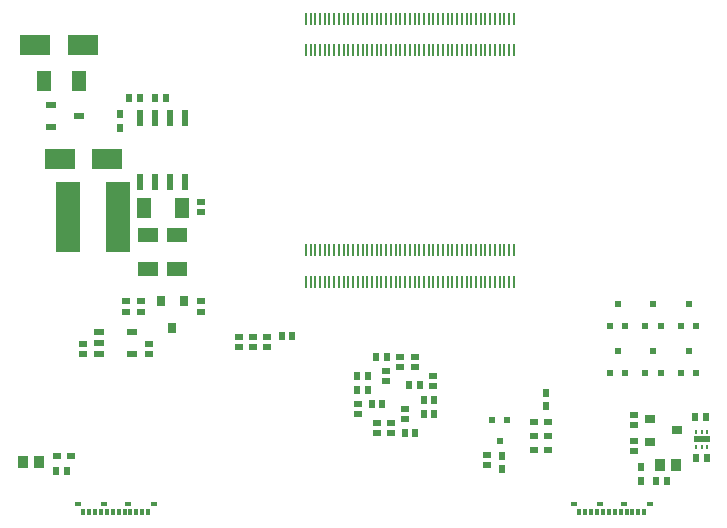
<source format=gbp>
G04*
G04 #@! TF.GenerationSoftware,Altium Limited,Altium Designer,19.0.15 (446)*
G04*
G04 Layer_Color=128*
%FSAX42Y42*%
%MOMM*%
G71*
G01*
G75*
%ADD19R,0.60X0.75*%
%ADD20R,0.75X0.60*%
%ADD21R,0.60X0.64*%
%ADD23R,0.90X1.00*%
%ADD26R,0.64X0.60*%
%ADD48R,0.65X0.95*%
%ADD122R,0.95X0.60*%
%ADD123R,1.15X1.70*%
%ADD124R,1.80X1.30*%
%ADD125R,2.00X6.00*%
%ADD126R,0.60X1.45*%
%ADD127R,2.50X1.70*%
%ADD128R,1.30X1.80*%
%ADD129R,0.90X0.60*%
%ADD130R,0.60X0.55*%
%ADD131R,0.95X0.65*%
%ADD132R,0.50X0.30*%
%ADD133R,0.35X0.60*%
%ADD134R,0.25X0.40*%
%ADD135R,1.40X0.50*%
%ADD136R,0.20X1.14*%
D19*
X000940Y-000943D02*
D03*
Y-001057D02*
D03*
X004540Y-003303D02*
D03*
Y-003417D02*
D03*
X004170Y-003833D02*
D03*
Y-003947D02*
D03*
X005350Y-004047D02*
D03*
Y-003933D02*
D03*
D20*
X004558Y-003550D02*
D03*
X004442D02*
D03*
X004558Y-003670D02*
D03*
X004442D02*
D03*
Y-003790D02*
D03*
X004558D02*
D03*
X000403Y-003840D02*
D03*
X000518D02*
D03*
D21*
X001324Y-000810D02*
D03*
X001236D02*
D03*
X001016D02*
D03*
X001104D02*
D03*
X003034Y-003160D02*
D03*
X002946D02*
D03*
X003194Y-003000D02*
D03*
X003106D02*
D03*
X003346Y-003640D02*
D03*
X003434D02*
D03*
X002306Y-002820D02*
D03*
X002394D02*
D03*
X005476Y-004050D02*
D03*
X005564D02*
D03*
X000396Y-003960D02*
D03*
X000484D02*
D03*
X003506Y-003360D02*
D03*
X003594D02*
D03*
X003034Y-003280D02*
D03*
X002946D02*
D03*
X003594Y-003480D02*
D03*
X003506D02*
D03*
X003154Y-003400D02*
D03*
X003066D02*
D03*
X003474Y-003240D02*
D03*
X003386D02*
D03*
X005894Y-003510D02*
D03*
X005806D02*
D03*
X005904Y-003850D02*
D03*
X005816D02*
D03*
D23*
X000247Y-003890D02*
D03*
X000112D02*
D03*
X005512Y-003910D02*
D03*
X005647D02*
D03*
D26*
X000620Y-002974D02*
D03*
Y-002886D02*
D03*
X001180Y-002974D02*
D03*
Y-002886D02*
D03*
X001110Y-002614D02*
D03*
Y-002526D02*
D03*
X000990Y-002614D02*
D03*
Y-002526D02*
D03*
X001620Y-002526D02*
D03*
Y-002614D02*
D03*
X001620Y-001686D02*
D03*
Y-001774D02*
D03*
X002950Y-003396D02*
D03*
Y-003484D02*
D03*
X003430Y-003084D02*
D03*
Y-002996D02*
D03*
X003110Y-003556D02*
D03*
Y-003644D02*
D03*
X005290Y-003574D02*
D03*
Y-003486D02*
D03*
Y-003794D02*
D03*
Y-003706D02*
D03*
X004040Y-003914D02*
D03*
Y-003826D02*
D03*
X003590Y-003156D02*
D03*
Y-003244D02*
D03*
X003230Y-003556D02*
D03*
Y-003644D02*
D03*
X003310Y-003084D02*
D03*
Y-002996D02*
D03*
X003350Y-003436D02*
D03*
Y-003524D02*
D03*
X003190Y-003204D02*
D03*
Y-003116D02*
D03*
X002180Y-002826D02*
D03*
Y-002914D02*
D03*
X002060Y-002914D02*
D03*
Y-002826D02*
D03*
X001940Y-002914D02*
D03*
Y-002826D02*
D03*
D48*
X001285Y-002525D02*
D03*
X001475D02*
D03*
X001380Y-002755D02*
D03*
D122*
X000762Y-002975D02*
D03*
Y-002880D02*
D03*
Y-002785D02*
D03*
X001037D02*
D03*
Y-002975D02*
D03*
D123*
X001143Y-001740D02*
D03*
X001457D02*
D03*
D124*
X001170Y-002255D02*
D03*
Y-001965D02*
D03*
X001420Y-002255D02*
D03*
Y-001965D02*
D03*
D125*
X000920Y-001810D02*
D03*
X000500D02*
D03*
D126*
X001106Y-000975D02*
D03*
X001233D02*
D03*
X001360D02*
D03*
X001487D02*
D03*
X001106Y-001520D02*
D03*
X001233D02*
D03*
X001360D02*
D03*
X001487D02*
D03*
D127*
X000830Y-001320D02*
D03*
X000430D02*
D03*
X000620Y-000360D02*
D03*
X000220D02*
D03*
D128*
X000585Y-000660D02*
D03*
X000295D02*
D03*
D129*
X000355Y-001055D02*
D03*
Y-000865D02*
D03*
X000585Y-000960D02*
D03*
D130*
X004150Y-003712D02*
D03*
X004215Y-003528D02*
D03*
X004085D02*
D03*
X005450Y-002948D02*
D03*
X005385Y-003133D02*
D03*
X005515D02*
D03*
X005750Y-002948D02*
D03*
X005685Y-003133D02*
D03*
X005815D02*
D03*
X005150Y-002948D02*
D03*
X005085Y-003133D02*
D03*
X005215D02*
D03*
X005150Y-002548D02*
D03*
X005085Y-002733D02*
D03*
X005215D02*
D03*
X005750Y-002548D02*
D03*
X005685Y-002733D02*
D03*
X005815D02*
D03*
X005450Y-002548D02*
D03*
X005385Y-002733D02*
D03*
X005515D02*
D03*
D131*
X005655Y-003620D02*
D03*
X005425Y-003525D02*
D03*
Y-003715D02*
D03*
D132*
X000800Y-004241D02*
D03*
X000580D02*
D03*
X001220D02*
D03*
X001000D02*
D03*
X005200D02*
D03*
X005420D02*
D03*
X004780D02*
D03*
X005000D02*
D03*
D133*
X001175Y-004310D02*
D03*
X001125D02*
D03*
X001075D02*
D03*
X001025D02*
D03*
X000975D02*
D03*
X000625D02*
D03*
X000675D02*
D03*
X000725D02*
D03*
X000775D02*
D03*
X000825D02*
D03*
X000875D02*
D03*
X000925D02*
D03*
X005125D02*
D03*
X005075D02*
D03*
X005025D02*
D03*
X004975D02*
D03*
X004925D02*
D03*
X004875D02*
D03*
X004825D02*
D03*
X005175D02*
D03*
X005225D02*
D03*
X005275D02*
D03*
X005325D02*
D03*
X005375D02*
D03*
D134*
X005810Y-003630D02*
D03*
X005860D02*
D03*
X005910D02*
D03*
Y-003760D02*
D03*
X005860D02*
D03*
X005810D02*
D03*
D135*
X005860Y-003695D02*
D03*
D136*
X002510Y-000136D02*
D03*
Y-000400D02*
D03*
X002550Y-000136D02*
D03*
Y-000400D02*
D03*
X002590Y-000136D02*
D03*
Y-000400D02*
D03*
X002630Y-000136D02*
D03*
Y-000400D02*
D03*
X002670Y-000136D02*
D03*
Y-000400D02*
D03*
X002710Y-000136D02*
D03*
Y-000400D02*
D03*
X002750Y-000136D02*
D03*
Y-000400D02*
D03*
X002790Y-000136D02*
D03*
Y-000400D02*
D03*
X002830Y-000136D02*
D03*
Y-000400D02*
D03*
X002870Y-000136D02*
D03*
Y-000400D02*
D03*
X002910Y-000136D02*
D03*
Y-000400D02*
D03*
X002950Y-000136D02*
D03*
Y-000400D02*
D03*
X002990Y-000136D02*
D03*
Y-000400D02*
D03*
X003030Y-000136D02*
D03*
Y-000400D02*
D03*
X003070Y-000136D02*
D03*
Y-000400D02*
D03*
X003110Y-000136D02*
D03*
Y-000400D02*
D03*
X003150Y-000136D02*
D03*
Y-000400D02*
D03*
X003190Y-000136D02*
D03*
Y-000400D02*
D03*
X003230Y-000136D02*
D03*
Y-000400D02*
D03*
X003270Y-000136D02*
D03*
Y-000400D02*
D03*
X003310Y-000136D02*
D03*
Y-000400D02*
D03*
X003350Y-000136D02*
D03*
Y-000400D02*
D03*
X003390Y-000136D02*
D03*
Y-000400D02*
D03*
X003430Y-000136D02*
D03*
Y-000400D02*
D03*
X003470Y-000136D02*
D03*
Y-000400D02*
D03*
X003510Y-000136D02*
D03*
Y-000400D02*
D03*
X003550Y-000136D02*
D03*
Y-000400D02*
D03*
X003590Y-000136D02*
D03*
Y-000400D02*
D03*
X003630Y-000136D02*
D03*
Y-000400D02*
D03*
X003670Y-000136D02*
D03*
Y-000400D02*
D03*
X003710Y-000136D02*
D03*
Y-000400D02*
D03*
X003750Y-000136D02*
D03*
Y-000400D02*
D03*
X003790Y-000136D02*
D03*
Y-000400D02*
D03*
X003830Y-000136D02*
D03*
Y-000400D02*
D03*
X003870Y-000136D02*
D03*
Y-000400D02*
D03*
X003910Y-000136D02*
D03*
Y-000400D02*
D03*
X003950Y-000136D02*
D03*
Y-000400D02*
D03*
X003990Y-000136D02*
D03*
Y-000400D02*
D03*
X004030Y-000136D02*
D03*
Y-000400D02*
D03*
X004070Y-000136D02*
D03*
Y-000400D02*
D03*
X004110Y-000136D02*
D03*
Y-000400D02*
D03*
X004150Y-000136D02*
D03*
Y-000400D02*
D03*
X004190Y-000136D02*
D03*
Y-000400D02*
D03*
X004230Y-000136D02*
D03*
Y-000400D02*
D03*
X004270Y-000136D02*
D03*
Y-000400D02*
D03*
Y-002360D02*
D03*
Y-002096D02*
D03*
X004230Y-002360D02*
D03*
Y-002096D02*
D03*
X004190Y-002360D02*
D03*
Y-002096D02*
D03*
X004150Y-002360D02*
D03*
Y-002096D02*
D03*
X004110Y-002360D02*
D03*
Y-002096D02*
D03*
X004070Y-002360D02*
D03*
Y-002096D02*
D03*
X004030Y-002360D02*
D03*
Y-002096D02*
D03*
X003990Y-002360D02*
D03*
Y-002096D02*
D03*
X003950Y-002360D02*
D03*
Y-002096D02*
D03*
X003910Y-002360D02*
D03*
Y-002096D02*
D03*
X003870Y-002360D02*
D03*
Y-002096D02*
D03*
X003830Y-002360D02*
D03*
Y-002096D02*
D03*
X003790Y-002360D02*
D03*
Y-002096D02*
D03*
X003750Y-002360D02*
D03*
Y-002096D02*
D03*
X003710Y-002360D02*
D03*
Y-002096D02*
D03*
X003670Y-002360D02*
D03*
Y-002096D02*
D03*
X003630Y-002360D02*
D03*
Y-002096D02*
D03*
X003590Y-002360D02*
D03*
Y-002096D02*
D03*
X003550Y-002360D02*
D03*
Y-002096D02*
D03*
X003510Y-002360D02*
D03*
Y-002096D02*
D03*
X003470Y-002360D02*
D03*
Y-002096D02*
D03*
X003430Y-002360D02*
D03*
Y-002096D02*
D03*
X003390Y-002360D02*
D03*
Y-002096D02*
D03*
X003350Y-002360D02*
D03*
Y-002096D02*
D03*
X003310Y-002360D02*
D03*
Y-002096D02*
D03*
X003270Y-002360D02*
D03*
Y-002096D02*
D03*
X003230Y-002360D02*
D03*
Y-002096D02*
D03*
X003190Y-002360D02*
D03*
Y-002096D02*
D03*
X003150Y-002360D02*
D03*
Y-002096D02*
D03*
X003110Y-002360D02*
D03*
Y-002096D02*
D03*
X003070Y-002360D02*
D03*
Y-002096D02*
D03*
X003030Y-002360D02*
D03*
Y-002096D02*
D03*
X002990Y-002360D02*
D03*
Y-002096D02*
D03*
X002950Y-002360D02*
D03*
Y-002096D02*
D03*
X002910Y-002360D02*
D03*
Y-002096D02*
D03*
X002870Y-002360D02*
D03*
Y-002096D02*
D03*
X002830Y-002360D02*
D03*
Y-002096D02*
D03*
X002790Y-002360D02*
D03*
Y-002096D02*
D03*
X002750Y-002360D02*
D03*
Y-002096D02*
D03*
X002710Y-002360D02*
D03*
Y-002096D02*
D03*
X002670Y-002360D02*
D03*
Y-002096D02*
D03*
X002630Y-002360D02*
D03*
Y-002096D02*
D03*
X002590Y-002360D02*
D03*
Y-002096D02*
D03*
X002550Y-002360D02*
D03*
Y-002096D02*
D03*
X002510Y-002360D02*
D03*
Y-002096D02*
D03*
M02*

</source>
